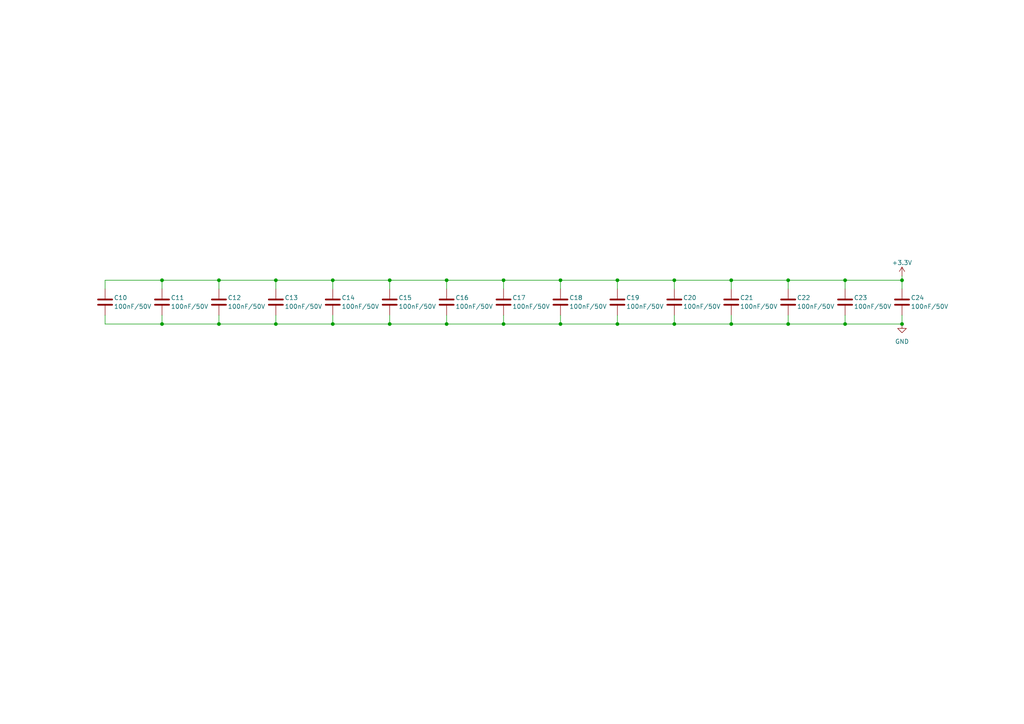
<source format=kicad_sch>
(kicad_sch (version 20230121) (generator eeschema)
  (paper "A4")
  (lib_symbols
    (symbol "Device:C" (pin_numbers hide) (pin_names (offset 0.254))
      (property "Reference" "C" (at 0.635 2.54 0))
      (property "Value" "C" (at 0.635 -2.54 0))
      (symbol "C_0_1"
        (polyline (pts (xy -2.032 -0.762) (xy 2.032 -0.762)) (stroke (width 0.508)))
        (polyline (pts (xy -2.032 0.762) (xy 2.032 0.762)) (stroke (width 0.508)))
      )
      (symbol "C_1_1"
        (pin passive line (at 0 3.81 270) (length 2.794) (name "~") (number "1"))
        (pin passive line (at 0 -3.81 90) (length 2.794) (name "~") (number "2"))
      )
    )
    (symbol "bmsPower_Symbols:+3V3_0" (power) (in_bom no) (on_board no)
      (property "Value" "+3V3_0" (at 0 3.302 0))
      (symbol "+3V3_0_0_1"
        (polyline (pts (xy -0.762 1.27) (xy 0 2.54)))
        (polyline (pts (xy 0 0) (xy 0 2.54)))
        (polyline (pts (xy 0 2.54) (xy 0.762 1.27)))
      )
      (symbol "+3V3_0_1_1"
        (pin power_in line (at 0 0 90) (length 0) hide (name "+3.3V") (number "1"))
      )
    )
    (symbol "bmsPower_Symbols:GND_0" (power) (in_bom no) (on_board no)
      (property "Value" "GND_0" (at 0 -4.064 0))
      (symbol "GND_0_0_1"
        (polyline (pts (xy 0 0) (xy 0 -1.27) (xy 1.27 -1.27) (xy 0 -2.54) (xy -1.27 -1.27) (xy 0 -1.27)))
      )
      (symbol "GND_0_1_1"
        (pin power_in line (at 0 0 270) (length 0) hide (name "GND") (number "1"))
      )
    )
  )
  (junction (at 212.09 93.98))
  (junction (at 129.54 81.28))
  (junction (at 96.52 81.28))
  (junction (at 96.52 93.98))
  (junction (at 261.62 81.28))
  (junction (at 80.01 81.28))
  (junction (at 228.6 81.28))
  (junction (at 113.03 81.28))
  (junction (at 63.5 81.28))
  (junction (at 212.09 81.28))
  (junction (at 46.99 81.28))
  (junction (at 245.11 81.28))
  (junction (at 113.03 93.98))
  (junction (at 146.05 81.28))
  (junction (at 245.11 93.98))
  (junction (at 46.99 93.98))
  (junction (at 179.07 81.28))
  (junction (at 162.56 81.28))
  (junction (at 162.56 93.98))
  (junction (at 146.05 93.98))
  (junction (at 195.58 81.28))
  (junction (at 179.07 93.98))
  (junction (at 63.5 93.98))
  (junction (at 195.58 93.98))
  (junction (at 261.62 93.98))
  (junction (at 129.54 93.98))
  (junction (at 228.6 93.98))
  (junction (at 80.01 93.98))
  (wire (pts (xy 261.62 81.28) (xy 261.62 83.82)))
  (wire (pts (xy 162.56 81.28) (xy 162.56 83.82)))
  (wire (pts (xy 113.03 93.98) (xy 129.54 93.98)))
  (wire (pts (xy 261.62 80.01) (xy 261.62 81.28)))
  (wire (pts (xy 261.62 93.98) (xy 261.62 91.44)))
  (wire (pts (xy 46.99 93.98) (xy 63.5 93.98)))
  (wire (pts (xy 129.54 81.28) (xy 146.05 81.28)))
  (wire (pts (xy 63.5 93.98) (xy 63.5 91.44)))
  (wire (pts (xy 195.58 81.28) (xy 212.09 81.28)))
  (wire (pts (xy 30.48 81.28) (xy 30.48 83.82)))
  (wire (pts (xy 80.01 81.28) (xy 80.01 83.82)))
  (wire (pts (xy 129.54 93.98) (xy 129.54 91.44)))
  (wire (pts (xy 96.52 81.28) (xy 96.52 83.82)))
  (wire (pts (xy 245.11 81.28) (xy 261.62 81.28)))
  (wire (pts (xy 96.52 93.98) (xy 113.03 93.98)))
  (wire (pts (xy 113.03 93.98) (xy 113.03 91.44)))
  (wire (pts (xy 212.09 81.28) (xy 228.6 81.28)))
  (wire (pts (xy 228.6 93.98) (xy 245.11 93.98)))
  (wire (pts (xy 63.5 81.28) (xy 80.01 81.28)))
  (wire (pts (xy 146.05 81.28) (xy 146.05 83.82)))
  (wire (pts (xy 179.07 81.28) (xy 195.58 81.28)))
  (wire (pts (xy 228.6 81.28) (xy 245.11 81.28)))
  (wire (pts (xy 63.5 81.28) (xy 63.5 83.82)))
  (wire (pts (xy 30.48 81.28) (xy 46.99 81.28)))
  (wire (pts (xy 129.54 93.98) (xy 146.05 93.98)))
  (wire (pts (xy 228.6 81.28) (xy 228.6 83.82)))
  (wire (pts (xy 146.05 93.98) (xy 146.05 91.44)))
  (wire (pts (xy 63.5 93.98) (xy 80.01 93.98)))
  (wire (pts (xy 113.03 81.28) (xy 113.03 83.82)))
  (wire (pts (xy 179.07 93.98) (xy 195.58 93.98)))
  (wire (pts (xy 129.54 81.28) (xy 129.54 83.82)))
  (wire (pts (xy 46.99 93.98) (xy 46.99 91.44)))
  (wire (pts (xy 212.09 93.98) (xy 212.09 91.44)))
  (wire (pts (xy 80.01 93.98) (xy 80.01 91.44)))
  (wire (pts (xy 245.11 93.98) (xy 245.11 91.44)))
  (wire (pts (xy 162.56 93.98) (xy 179.07 93.98)))
  (wire (pts (xy 195.58 93.98) (xy 195.58 91.44)))
  (wire (pts (xy 179.07 93.98) (xy 179.07 91.44)))
  (wire (pts (xy 96.52 81.28) (xy 113.03 81.28)))
  (wire (pts (xy 96.52 93.98) (xy 96.52 91.44)))
  (wire (pts (xy 212.09 81.28) (xy 212.09 83.82)))
  (wire (pts (xy 30.48 93.98) (xy 46.99 93.98)))
  (wire (pts (xy 46.99 81.28) (xy 46.99 83.82)))
  (wire (pts (xy 80.01 81.28) (xy 96.52 81.28)))
  (wire (pts (xy 212.09 93.98) (xy 228.6 93.98)))
  (wire (pts (xy 162.56 81.28) (xy 179.07 81.28)))
  (wire (pts (xy 195.58 93.98) (xy 212.09 93.98)))
  (wire (pts (xy 30.48 93.98) (xy 30.48 91.44)))
  (wire (pts (xy 228.6 93.98) (xy 228.6 91.44)))
  (wire (pts (xy 146.05 93.98) (xy 162.56 93.98)))
  (wire (pts (xy 46.99 81.28) (xy 63.5 81.28)))
  (wire (pts (xy 162.56 93.98) (xy 162.56 91.44)))
  (wire (pts (xy 80.01 93.98) (xy 96.52 93.98)))
  (wire (pts (xy 245.11 81.28) (xy 245.11 83.82)))
  (wire (pts (xy 146.05 81.28) (xy 162.56 81.28)))
  (wire (pts (xy 113.03 81.28) (xy 129.54 81.28)))
  (wire (pts (xy 245.11 93.98) (xy 261.62 93.98)))
  (wire (pts (xy 195.58 81.28) (xy 195.58 83.82)))
  (wire (pts (xy 179.07 81.28) (xy 179.07 83.82)))
  (symbol (lib_id "bmsPower_Symbols:+3V3_0") (at 261.62 80.01 0) (unit 1) (in_bom no) (on_board no)
    (property "Reference" "#PWR0184" (effects hide))
    (property "Value" "+3V3_0" (at 261.62 76.2 0))
    (instances (project "BMS-Master" (path "" (reference "#PWR0184") (unit 1)) (path "" (reference "#PWR015") (unit 1))))
  )
  (symbol (lib_id "Device:C") (at 179.07 87.63 0) (unit 1)
    (property "Reference" "C19" (at 181.61 86.36 0) (effects (justify left)))
    (property "Value" "100nF/50V" (at 181.61 88.9 0) (effects (justify left)))
    (property "Footprint" "Capacitor_SMD:C_0603_1608Metric" (effects hide))
  )
  (symbol (lib_id "Device:C") (at 63.5 87.63 0) (unit 1)
    (property "Reference" "C12" (at 66.04 86.36 0) (effects (justify left)))
    (property "Value" "100nF/50V" (at 66.04 88.9 0) (effects (justify left)))
    (property "Footprint" "Capacitor_SMD:C_0603_1608Metric" (effects hide))
  )
  (symbol (lib_id "Device:C") (at 129.54 87.63 0) (unit 1)
    (property "Reference" "C16" (at 132.08 86.36 0) (effects (justify left)))
    (property "Value" "100nF/50V" (at 132.08 88.9 0) (effects (justify left)))
    (property "Footprint" "Capacitor_SMD:C_0603_1608Metric" (effects hide))
  )
  (symbol (lib_id "Device:C") (at 195.58 87.63 0) (unit 1)
    (property "Reference" "C20" (at 198.12 86.36 0) (effects (justify left)))
    (property "Value" "100nF/50V" (at 198.12 88.9 0) (effects (justify left)))
    (property "Footprint" "Capacitor_SMD:C_0603_1608Metric" (effects hide))
  )
  (symbol (lib_id "Device:C") (at 228.6 87.63 0) (unit 1)
    (property "Reference" "C22" (at 231.14 86.36 0) (effects (justify left)))
    (property "Value" "100nF/50V" (at 231.14 88.9 0) (effects (justify left)))
    (property "Footprint" "Capacitor_SMD:C_0603_1608Metric" (effects hide))
  )
  (symbol (lib_id "Device:C") (at 212.09 87.63 0) (unit 1)
    (property "Reference" "C21" (at 214.63 86.36 0) (effects (justify left)))
    (property "Value" "100nF/50V" (at 214.63 88.9 0) (effects (justify left)))
    (property "Footprint" "Capacitor_SMD:C_0603_1608Metric" (effects hide))
  )
  (symbol (lib_id "Device:C") (at 80.01 87.63 0) (unit 1)
    (property "Reference" "C13" (at 82.55 86.36 0) (effects (justify left)))
    (property "Value" "100nF/50V" (at 82.55 88.9 0) (effects (justify left)))
    (property "Footprint" "Capacitor_SMD:C_0603_1608Metric" (effects hide))
  )
  (symbol (lib_id "Device:C") (at 46.99 87.63 0) (unit 1)
    (property "Reference" "C11" (at 49.53 86.36 0) (effects (justify left)))
    (property "Value" "100nF/50V" (at 49.53 88.9 0) (effects (justify left)))
    (property "Footprint" "Capacitor_SMD:C_0603_1608Metric" (effects hide))
  )
  (symbol (lib_id "Device:C") (at 245.11 87.63 0) (unit 1)
    (property "Reference" "C23" (at 247.65 86.36 0) (effects (justify left)))
    (property "Value" "100nF/50V" (at 247.65 88.9 0) (effects (justify left)))
    (property "Footprint" "Capacitor_SMD:C_0603_1608Metric" (effects hide))
  )
  (symbol (lib_id "bmsPower_Symbols:GND_0") (at 261.62 93.98 0) (unit 1) (in_bom no) (on_board no)
    (property "Reference" "#PWR016" (effects hide))
    (property "Value" "GND_0" (at 261.62 99.06 0))
  )
  (symbol (lib_id "Device:C") (at 261.62 87.63 0) (unit 1)
    (property "Reference" "C24" (at 264.16 86.36 0) (effects (justify left)))
    (property "Value" "100nF/50V" (at 264.16 88.9 0) (effects (justify left)))
    (property "Footprint" "Capacitor_SMD:C_0603_1608Metric" (effects hide))
  )
  (symbol (lib_id "Device:C") (at 146.05 87.63 0) (unit 1)
    (property "Reference" "C17" (at 148.59 86.36 0) (effects (justify left)))
    (property "Value" "100nF/50V" (at 148.59 88.9 0) (effects (justify left)))
    (property "Footprint" "Capacitor_SMD:C_0603_1608Metric" (effects hide))
  )
  (symbol (lib_id "Device:C") (at 96.52 87.63 0) (unit 1)
    (property "Reference" "C14" (at 99.06 86.36 0) (effects (justify left)))
    (property "Value" "100nF/50V" (at 99.06 88.9 0) (effects (justify left)))
    (property "Footprint" "Capacitor_SMD:C_0603_1608Metric" (effects hide))
  )
  (symbol (lib_id "Device:C") (at 30.48 87.63 0) (unit 1)
    (property "Reference" "C10" (at 33.02 86.36 0) (effects (justify left)))
    (property "Value" "100nF/50V" (at 33.02 88.9 0) (effects (justify left)))
    (property "Footprint" "Capacitor_SMD:C_0603_1608Metric" (effects hide))
  )
  (symbol (lib_id "Device:C") (at 162.56 87.63 0) (unit 1)
    (property "Reference" "C18" (at 165.1 86.36 0) (effects (justify left)))
    (property "Value" "100nF/50V" (at 165.1 88.9 0) (effects (justify left)))
    (property "Footprint" "Capacitor_SMD:C_0603_1608Metric" (effects hide))
  )
  (symbol (lib_id "Device:C") (at 113.03 87.63 0) (unit 1)
    (property "Reference" "C15" (at 115.57 86.36 0) (effects (justify left)))
    (property "Value" "100nF/50V" (at 115.57 88.9 0) (effects (justify left)))
    (property "Footprint" "Capacitor_SMD:C_0603_1608Metric" (effects hide))
  )
)
</source>
